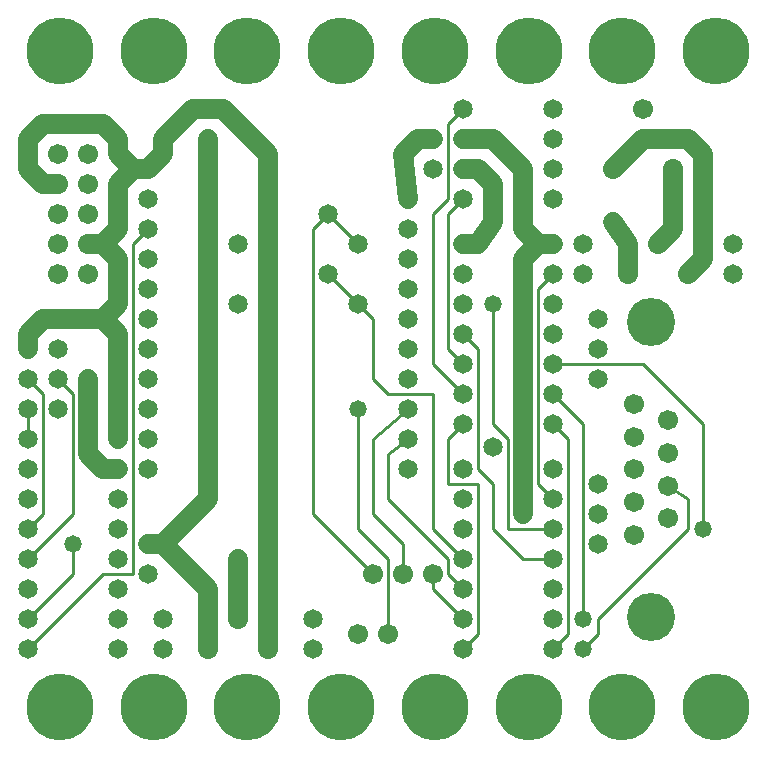
<source format=gtl>
%MOIN*%
%FSLAX25Y25*%
G04 D10 used for Character Trace; *
G04     Circle (OD=.01000) (No hole)*
G04 D11 used for Power Trace; *
G04     Circle (OD=.06500) (No hole)*
G04 D12 used for Signal Trace; *
G04     Circle (OD=.01100) (No hole)*
G04 D13 used for Via; *
G04     Circle (OD=.05800) (Round. Hole ID=.02800)*
G04 D14 used for Component hole; *
G04     Circle (OD=.06500) (Round. Hole ID=.03500)*
G04 D15 used for Component hole; *
G04     Circle (OD=.06700) (Round. Hole ID=.04300)*
G04 D16 used for Component hole; *
G04     Circle (OD=.08100) (Round. Hole ID=.05100)*
G04 D17 used for Component hole; *
G04     Circle (OD=.08900) (Round. Hole ID=.05900)*
G04 D18 used for Component hole; *
G04     Circle (OD=.11300) (Round. Hole ID=.08300)*
G04 D19 used for Component hole; *
G04     Circle (OD=.16000) (Round. Hole ID=.13000)*
G04 D20 used for Component hole; *
G04     Circle (OD=.18300) (Round. Hole ID=.15300)*
G04 D21 used for Component hole; *
G04     Circle (OD=.22291) (Round. Hole ID=.19291)*
%ADD10C,.01000*%
%ADD11C,.06500*%
%ADD12C,.01100*%
%ADD13C,.05800*%
%ADD14C,.06500*%
%ADD15C,.06700*%
%ADD16C,.08100*%
%ADD17C,.08900*%
%ADD18C,.11300*%
%ADD19C,.16000*%
%ADD20C,.18300*%
%ADD21C,.22291*%
%IPPOS*%
%LPD*%
G90*X0Y0D02*D21*X15625Y15625D03*D14*              
X35000Y35000D03*X5000D03*D12*X30000Y60000D01*     
X40000D01*Y170000D01*X45000Y175000D01*D14*D03*D11*
X35000Y150000D02*Y165000D01*X30000Y145000D02*     
X35000Y150000D01*Y140000D02*X30000Y145000D01*     
X35000Y125000D02*Y140000D01*D14*Y125000D03*D11*   
Y105000D01*D14*D03*X45000Y95000D03*Y115000D03*D11*
X30000Y95000D02*X35000D01*D14*D03*D11*X30000D02*  
X25000Y100000D01*Y125000D01*D14*D03*D12*          
X20000Y80000D02*Y120000D01*X5000Y65000D02*        
X20000Y80000D01*D14*X5000Y65000D03*Y75000D03*D12* 
X10000Y80000D01*Y120000D01*X5000Y125000D01*D14*   
D03*X15000Y115000D03*Y135000D03*Y125000D03*D12*   
X20000Y120000D01*D14*X5000Y135000D03*D11*         
Y140000D01*X10000Y145000D01*X30000D01*D15*        
X15000Y160000D03*D14*X45000Y135000D03*Y145000D03* 
D15*X25000Y160000D03*D14*X45000Y155000D03*        
Y165000D03*D11*X35000D02*X30000Y170000D01*        
X25000D01*D15*D03*D11*X30000D02*X35000Y175000D01* 
Y190000D01*X40000Y195000D01*X45000D01*D13*D03*D11*
X50000Y200000D01*Y205000D01*X60000Y215000D01*     
X70000D01*X85000Y200000D01*Y35000D01*D15*D03*     
X75000Y45000D03*D11*Y65000D01*D13*D03*            
X65000Y55000D03*D11*Y35000D01*D15*D03*D14*        
X50000Y45000D03*Y35000D03*D21*X46875Y15625D03*D11*
X65000Y55000D02*X50000Y70000D01*X45000D01*D14*D03*
D11*X50000D02*X65000Y85000D01*Y160000D01*D14*D03* 
D11*Y180000D01*D14*D03*D11*Y205000D01*D13*D03*D14*
X45000Y185000D03*D11*X40000Y195000D02*            
X35000Y200000D01*Y205000D01*X30000Y210000D01*     
X10000D01*X5000Y205000D01*Y195000D01*             
X10000Y190000D01*X15000D01*D15*D03*               
X25000Y180000D03*Y200000D03*Y190000D03*           
X15000Y200000D03*Y180000D03*Y170000D03*D21*       
X46875Y234375D03*X15625D03*D14*X75000Y150000D03*  
Y170000D03*X45000Y125000D03*D21*X78125Y234375D03* 
D14*X5000Y115000D03*D12*Y105000D01*D14*D03*       
Y95000D03*Y85000D03*X35000Y75000D03*Y85000D03*D13*
X20000Y70000D03*D12*Y60000D01*X5000Y45000D01*D14* 
D03*Y55000D03*X35000Y45000D03*Y55000D03*Y65000D03*
X45000Y60000D03*Y105000D03*D21*X78125Y15625D03*   
D14*X100000Y35000D03*Y45000D03*D12*               
X120000Y60000D02*X100000Y80000D01*D15*            
X120000Y60000D03*D12*X125000Y40000D02*Y65000D01*  
D15*Y40000D03*X115000D03*D12*X150000Y45000D02*    
X140000Y55000D01*D14*X150000Y45000D03*D12*        
Y35000D02*X155000Y40000D01*D14*X150000Y35000D03*  
D12*X155000Y40000D02*Y90000D01*X145000D01*        
Y105000D01*X150000Y110000D01*D14*D03*             
X160000Y102500D03*D12*X140000Y75000D02*Y120000D01*
X150000Y65000D02*X140000Y75000D01*D14*            
X150000Y65000D03*D12*Y55000D02*X145000Y60000D01*  
D14*X150000Y55000D03*D12*X145000Y60000D02*        
Y65000D01*X125000Y85000D01*Y100000D01*            
X131600Y105000D01*D14*D03*Y115000D03*D12*         
X120000Y105000D01*Y80000D01*X130000Y70000D01*     
Y60000D01*D15*D03*D12*X125000Y65000D02*           
X115000Y75000D01*Y115000D01*D13*D03*D12*          
X125000Y120000D02*X120000Y125000D01*              
X125000Y120000D02*X140000D01*D14*                 
X150000Y130000D03*D12*X145000Y135000D01*          
Y180000D01*X150000Y185000D01*D14*D03*D12*         
X140000Y180000D02*X145000Y185000D01*              
X140000Y130000D02*Y180000D01*X150000Y120000D02*   
X140000Y130000D01*D14*X150000Y120000D03*D12*      
X165000Y105000D02*X160000Y110000D01*              
X165000Y75000D02*Y105000D01*Y75000D02*X180000D01* 
D14*D03*D12*X170000Y65000D02*X180000D01*D14*D03*  
D12*X170000D02*X160000Y75000D01*Y90000D01*        
X155000Y95000D01*Y135000D01*X150000Y140000D01*D14*
D03*D13*X160000Y150000D03*D12*Y110000D01*D14*     
X170000Y102500D03*D11*Y80000D01*D13*D03*D12*      
X180000Y85000D02*X175000Y90000D01*D14*            
X180000Y85000D03*D12*X175000Y90000D02*Y155000D01* 
X180000Y160000D01*D14*D03*X190000Y170000D03*D11*  
X170000Y135000D02*Y165000D01*D13*Y135000D03*D11*  
Y102500D01*D14*X180000Y110000D03*D12*             
X185000Y105000D01*Y40000D01*X180000Y35000D01*D14* 
D03*D13*X190000Y45000D03*D12*Y110000D01*          
X180000Y120000D01*D14*D03*Y130000D03*D12*         
X210000D01*X230000Y110000D01*Y75000D01*D13*D03*   
D12*X195000Y45000D02*X225000Y75000D01*            
X195000Y40000D02*Y45000D01*X190000Y35000D02*      
X195000Y40000D01*D13*X190000Y35000D03*D14*        
X180000Y45000D03*D21*X171875Y15625D03*D14*        
X180000Y55000D03*D21*X203125Y15625D03*D19*        
X212600Y45800D03*D14*X195000Y70000D03*            
X150000Y75000D03*D12*X225000D02*Y85000D01*        
X218200Y89600D01*D15*D03*Y100400D03*Y78700D03*    
X206900Y105900D03*Y73200D03*Y95000D03*Y84100D03*  
X218200Y111300D03*D14*X195000Y90000D03*Y80000D03* 
D15*X206900Y116800D03*D14*X195000Y125000D03*      
X180000Y95000D03*X195000Y135000D03*               
X180000Y140000D03*D19*X212600Y144200D03*D14*      
X195000Y145000D03*X180000Y150000D03*              
X150000Y160000D03*Y150000D03*X240000Y160000D03*   
D15*X225000D03*D11*X230000Y165000D01*Y200000D01*  
X225000Y205000D01*X210000D01*X200000Y195000D01*   
D15*D03*D11*X215000Y170000D02*X220000Y175000D01*  
D15*X215000Y170000D03*D11*X220000Y175000D02*      
Y195000D01*D15*D03*D13*X200000Y177500D03*D11*     
X205000Y170000D01*Y160000D01*D15*D03*D14*         
X190000D03*X180000Y185000D03*Y170000D03*D11*      
X175000D01*X170000Y165000D01*X175000Y170000D02*   
X170000Y175000D01*Y180000D01*D12*Y175000D01*D11*  
Y180000D02*Y195000D01*X160000Y205000D01*          
X150000D01*D14*D03*D12*X145000Y185000D02*         
Y210000D01*D11*X160000Y190000D02*                 
X155000Y195000D01*X160000Y177500D02*Y190000D01*   
X155000Y170000D02*X160000Y177500D01*              
X150000Y170000D02*X155000D01*D14*X150000D03*      
X131600Y185000D03*D11*X130000Y200000D01*          
X135000Y205000D01*X140000D01*D14*D03*D12*         
X145000Y210000D02*X150000Y215000D01*D14*D03*D21*  
X171875Y234375D03*D14*X140000Y195000D03*          
X150000D03*D11*X155000D01*D14*X180000D03*         
Y205000D03*Y215000D03*X131600Y175000D03*          
Y165000D03*Y155000D03*D21*X140625Y234375D03*D14*  
X115000Y170000D03*D12*X105000Y180000D01*D14*D03*  
D12*X100000Y175000D01*Y80000D01*D14*              
X131600Y95000D03*D12*X140000Y55000D02*Y60000D01*  
D15*D03*D14*X150000Y85000D03*Y95000D03*D21*       
X109375Y15625D03*X140625D03*D14*X131600Y125000D03*
D12*X120000D02*Y145000D01*X115000Y150000D01*D14*  
D03*D12*X105000Y160000D01*D14*D03*                
X131600Y135000D03*Y145000D03*D21*                 
X109375Y234375D03*X203125D03*D15*                 
X210000Y215000D03*D21*X234375Y234375D03*D14*      
X240000Y170000D03*D21*X234375Y15625D03*M02*       

</source>
